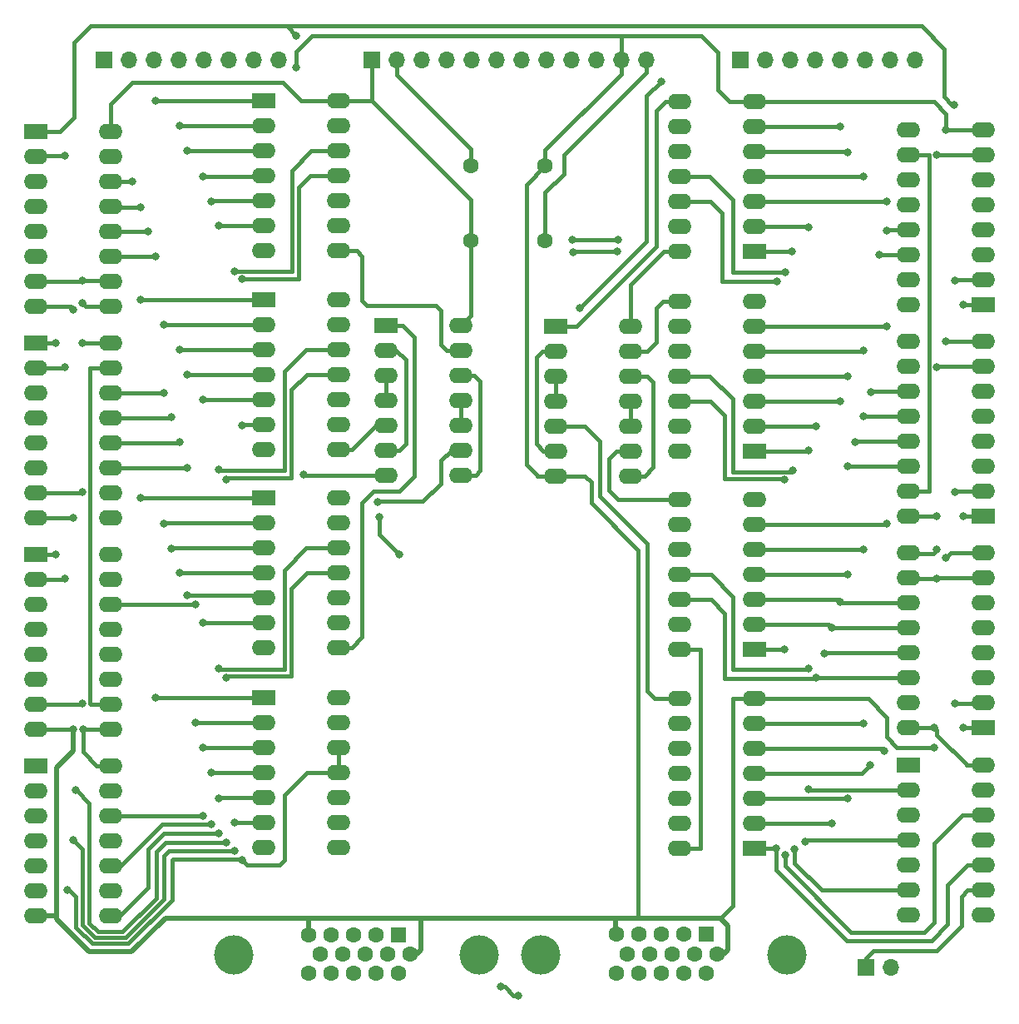
<source format=gbr>
%TF.GenerationSoftware,KiCad,Pcbnew,(6.0.5)*%
%TF.CreationDate,2023-02-18T09:08:36+02:00*%
%TF.ProjectId,VIDEOCARD_SCREENSYNC2.0,56494445-4f43-4415-9244-5f5343524545,rev?*%
%TF.SameCoordinates,Original*%
%TF.FileFunction,Copper,L1,Top*%
%TF.FilePolarity,Positive*%
%FSLAX46Y46*%
G04 Gerber Fmt 4.6, Leading zero omitted, Abs format (unit mm)*
G04 Created by KiCad (PCBNEW (6.0.5)) date 2023-02-18 09:08:36*
%MOMM*%
%LPD*%
G01*
G04 APERTURE LIST*
%TA.AperFunction,ComponentPad*%
%ADD10C,4.000000*%
%TD*%
%TA.AperFunction,ComponentPad*%
%ADD11R,1.600000X1.600000*%
%TD*%
%TA.AperFunction,ComponentPad*%
%ADD12C,1.600000*%
%TD*%
%TA.AperFunction,ComponentPad*%
%ADD13R,2.400000X1.600000*%
%TD*%
%TA.AperFunction,ComponentPad*%
%ADD14O,2.400000X1.600000*%
%TD*%
%TA.AperFunction,ComponentPad*%
%ADD15R,1.700000X1.700000*%
%TD*%
%TA.AperFunction,ComponentPad*%
%ADD16O,1.700000X1.700000*%
%TD*%
%TA.AperFunction,ViaPad*%
%ADD17C,0.800000*%
%TD*%
%TA.AperFunction,Conductor*%
%ADD18C,0.400000*%
%TD*%
%TA.AperFunction,Conductor*%
%ADD19C,0.500000*%
%TD*%
%TA.AperFunction,Conductor*%
%ADD20C,0.150000*%
%TD*%
%TA.AperFunction,Conductor*%
%ADD21C,0.300000*%
%TD*%
G04 APERTURE END LIST*
D10*
%TO.P,VGA PORT 2,0*%
%TO.N,N/C*%
X149270000Y-138290000D03*
X174270000Y-138290000D03*
D11*
%TO.P,VGA PORT 2,1*%
X166085000Y-136240000D03*
D12*
%TO.P,VGA PORT 2,2*%
%TO.N,RED2*%
X163795000Y-136240000D03*
%TO.P,VGA PORT 2,3*%
%TO.N,GREEN2*%
X161505000Y-136240000D03*
%TO.P,VGA PORT 2,4*%
%TO.N,BLUE2*%
X159215000Y-136240000D03*
%TO.P,VGA PORT 2,5*%
%TO.N,GND*%
X156925000Y-136240000D03*
%TO.P,VGA PORT 2,6*%
X167230000Y-138220000D03*
%TO.P,VGA PORT 2,7*%
X164940000Y-138220000D03*
%TO.P,VGA PORT 2,8*%
X162650000Y-138220000D03*
%TO.P,VGA PORT 2,9*%
%TO.N,N/C*%
X160360000Y-138220000D03*
%TO.P,VGA PORT 2,10*%
%TO.N,GND*%
X158070000Y-138220000D03*
%TO.P,VGA PORT 2,11*%
%TO.N,N/C*%
X166085000Y-140200000D03*
%TO.P,VGA PORT 2,12*%
X163795000Y-140200000D03*
%TO.P,VGA PORT 2,13*%
%TO.N,H_SYNC*%
X161505000Y-140200000D03*
%TO.P,VGA PORT 2,14*%
%TO.N,V_SYNC*%
X159215000Y-140200000D03*
%TO.P,VGA PORT 2,15*%
%TO.N,N/C*%
X156925000Y-140200000D03*
%TD*%
D13*
%TO.P,74LS161,1*%
%TO.N,RESET1*%
X97880000Y-97570000D03*
D14*
%TO.P,74LS161,2*%
%TO.N,CLK*%
X97880000Y-100110000D03*
%TO.P,74LS161,3*%
%TO.N,N/C*%
X97880000Y-102650000D03*
%TO.P,74LS161,4*%
X97880000Y-105190000D03*
%TO.P,74LS161,5*%
X97880000Y-107730000D03*
%TO.P,74LS161,6*%
X97880000Y-110270000D03*
%TO.P,74LS161,7*%
%TO.N,VCC*%
X97880000Y-112810000D03*
%TO.P,74LS161,8*%
%TO.N,GND*%
X97880000Y-115350000D03*
%TO.P,74LS161,9*%
%TO.N,VCC*%
X105500000Y-115350000D03*
%TO.P,74LS161,10*%
%TO.N,N/C*%
X105500000Y-112810000D03*
%TO.P,74LS161,11*%
X105500000Y-110270000D03*
%TO.P,74LS161,12*%
X105500000Y-107730000D03*
%TO.P,74LS161,13*%
X105500000Y-105190000D03*
%TO.P,74LS161,14*%
%TO.N,H8*%
X105500000Y-102650000D03*
%TO.P,74LS161,15*%
%TO.N,N/C*%
X105500000Y-100110000D03*
%TO.P,74LS161,16*%
%TO.N,VCC*%
X105500000Y-97570000D03*
%TD*%
D12*
%TO.P,,1*%
%TO.N,VCC*%
X142100000Y-65700000D03*
%TD*%
D13*
%TO.P,74LS30,1*%
%TO.N,H1*%
X121080000Y-91870000D03*
D14*
%TO.P,74LS30,2*%
%TO.N,H4*%
X121080000Y-94410000D03*
%TO.P,74LS30,3*%
%TO.N,H5*%
X121080000Y-96950000D03*
%TO.P,74LS30,4*%
%TO.N,H6*%
X121080000Y-99490000D03*
%TO.P,74LS30,5*%
%TO.N,H7*%
X121080000Y-102030000D03*
%TO.P,74LS30,6*%
%TO.N,H_0*%
X121080000Y-104570000D03*
%TO.P,74LS30,7*%
%TO.N,GND*%
X121080000Y-107110000D03*
%TO.P,74LS30,8*%
%TO.N,242*%
X128700000Y-107110000D03*
%TO.P,74LS30,9*%
%TO.N,N/C*%
X128700000Y-104570000D03*
%TO.P,74LS30,10*%
X128700000Y-102030000D03*
%TO.P,74LS30,11*%
%TO.N,H_3*%
X128700000Y-99490000D03*
%TO.P,74LS30,12*%
%TO.N,H_2*%
X128700000Y-96950000D03*
%TO.P,74LS30,13*%
%TO.N,N/C*%
X128700000Y-94410000D03*
%TO.P,74LS30,14*%
%TO.N,VCC*%
X128700000Y-91870000D03*
%TD*%
D13*
%TO.P,74LS30,1*%
%TO.N,H3*%
X121080000Y-112170000D03*
D14*
%TO.P,74LS30,2*%
%TO.N,H8*%
X121080000Y-114710000D03*
%TO.P,74LS30,3*%
%TO.N,H_0*%
X121080000Y-117250000D03*
%TO.P,74LS30,4*%
%TO.N,H_1*%
X121080000Y-119790000D03*
%TO.P,74LS30,5*%
%TO.N,H_2*%
X121080000Y-122330000D03*
%TO.P,74LS30,6*%
%TO.N,H_4*%
X121080000Y-124870000D03*
%TO.P,74LS30,7*%
%TO.N,GND*%
X121080000Y-127410000D03*
%TO.P,74LS30,8*%
%TO.N,RESET1*%
X128700000Y-127410000D03*
%TO.P,74LS30,9*%
%TO.N,N/C*%
X128700000Y-124870000D03*
%TO.P,74LS30,10*%
X128700000Y-122330000D03*
%TO.P,74LS30,11*%
%TO.N,H_5*%
X128700000Y-119790000D03*
%TO.P,74LS30,12*%
X128700000Y-117250000D03*
%TO.P,74LS30,13*%
%TO.N,N/C*%
X128700000Y-114710000D03*
%TO.P,74LS30,14*%
%TO.N,VCC*%
X128700000Y-112170000D03*
%TD*%
D13*
%TO.P,74LS30,1*%
%TO.N,V_2*%
X170980000Y-66790000D03*
D14*
%TO.P,74LS30,2*%
%TO.N,V_5*%
X170980000Y-64250000D03*
%TO.P,74LS30,3*%
%TO.N,V9*%
X170980000Y-61710000D03*
%TO.P,74LS30,4*%
%TO.N,V6*%
X170980000Y-59170000D03*
%TO.P,74LS30,5*%
%TO.N,V4*%
X170980000Y-56630000D03*
%TO.P,74LS30,6*%
%TO.N,V3*%
X170980000Y-54090000D03*
%TO.P,74LS30,7*%
%TO.N,GND*%
X170980000Y-51550000D03*
%TO.P,74LS30,8*%
%TO.N,600*%
X163360000Y-51550000D03*
%TO.P,74LS30,9*%
%TO.N,N/C*%
X163360000Y-54090000D03*
%TO.P,74LS30,10*%
X163360000Y-56630000D03*
%TO.P,74LS30,11*%
%TO.N,V_1*%
X163360000Y-59170000D03*
%TO.P,74LS30,12*%
%TO.N,V_0*%
X163360000Y-61710000D03*
%TO.P,74LS30,13*%
%TO.N,N/C*%
X163360000Y-64250000D03*
%TO.P,74LS30,14*%
%TO.N,VCC*%
X163360000Y-66790000D03*
%TD*%
D13*
%TO.P,74LS04,1*%
%TO.N,V5*%
X186680000Y-119060000D03*
D14*
%TO.P,74LS04,2*%
%TO.N,V_5*%
X186680000Y-121600000D03*
%TO.P,74LS04,3*%
%TO.N,V3*%
X186680000Y-124140000D03*
%TO.P,74LS04,4*%
%TO.N,V_3*%
X186680000Y-126680000D03*
%TO.P,74LS04,5*%
%TO.N,V2*%
X186680000Y-129220000D03*
%TO.P,74LS04,6*%
%TO.N,V_2*%
X186680000Y-131760000D03*
%TO.P,74LS04,7*%
%TO.N,GND*%
X186680000Y-134300000D03*
%TO.P,74LS04,8*%
%TO.N,N/C*%
X194300000Y-134300000D03*
%TO.P,74LS04,9*%
X194300000Y-131760000D03*
%TO.P,74LS04,10*%
%TO.N,V_0*%
X194300000Y-129220000D03*
%TO.P,74LS04,11*%
%TO.N,V0*%
X194300000Y-126680000D03*
%TO.P,74LS04,12*%
%TO.N,V_1*%
X194300000Y-124140000D03*
%TO.P,74LS04,13*%
%TO.N,V1*%
X194300000Y-121600000D03*
%TO.P,74LS04,14*%
%TO.N,VCC*%
X194300000Y-119060000D03*
%TD*%
D13*
%TO.P,74LS161,1*%
%TO.N,RESET2*%
X194280000Y-115240000D03*
D14*
%TO.P,74LS161,2*%
%TO.N,RESET1*%
X194280000Y-112700000D03*
%TO.P,74LS161,3*%
%TO.N,N/C*%
X194280000Y-110160000D03*
%TO.P,74LS161,4*%
X194280000Y-107620000D03*
%TO.P,74LS161,5*%
X194280000Y-105080000D03*
%TO.P,74LS161,6*%
X194280000Y-102540000D03*
%TO.P,74LS161,7*%
%TO.N,VCC*%
X194280000Y-100000000D03*
%TO.P,74LS161,8*%
%TO.N,GND*%
X194280000Y-97460000D03*
%TO.P,74LS161,9*%
%TO.N,VCC*%
X186660000Y-97460000D03*
%TO.P,74LS161,10*%
X186660000Y-100000000D03*
%TO.P,74LS161,11*%
%TO.N,V3*%
X186660000Y-102540000D03*
%TO.P,74LS161,12*%
%TO.N,V2*%
X186660000Y-105080000D03*
%TO.P,74LS161,13*%
%TO.N,V1*%
X186660000Y-107620000D03*
%TO.P,74LS161,14*%
%TO.N,V0*%
X186660000Y-110160000D03*
%TO.P,74LS161,15*%
%TO.N,N/C*%
X186660000Y-112700000D03*
%TO.P,74LS161,16*%
%TO.N,VCC*%
X186660000Y-115240000D03*
%TD*%
%TO.P,74LS00,14*%
%TO.N,VCC*%
X158420000Y-74375000D03*
%TO.P,74LS00,13*%
%TO.N,601*%
X158420000Y-76915000D03*
%TO.P,74LS00,12*%
%TO.N,V_SYNC*%
X158420000Y-79455000D03*
%TO.P,74LS00,11*%
%TO.N,N/C*%
X158420000Y-81995000D03*
%TO.P,74LS00,10*%
X158420000Y-84535000D03*
%TO.P,74LS00,9*%
%TO.N,605*%
X158420000Y-87075000D03*
%TO.P,74LS00,8*%
%TO.N,V_SYNC*%
X158420000Y-89615000D03*
%TO.P,74LS00,7*%
%TO.N,GND*%
X150800000Y-89615000D03*
%TO.P,74LS00,6*%
%TO.N,V_BLANK*%
X150800000Y-87075000D03*
%TO.P,74LS00,5*%
%TO.N,RESET2*%
X150800000Y-84535000D03*
%TO.P,74LS00,4*%
%TO.N,N/C*%
X150800000Y-81995000D03*
%TO.P,74LS00,3*%
X150800000Y-79455000D03*
%TO.P,74LS00,2*%
%TO.N,V_BLANK*%
X150800000Y-76915000D03*
D13*
%TO.P,74LS00,1*%
%TO.N,600*%
X150800000Y-74375000D03*
%TD*%
%TO.P,74LS30,1*%
%TO.N,H3*%
X121080000Y-51470000D03*
D14*
%TO.P,74LS30,2*%
%TO.N,H6*%
X121080000Y-54010000D03*
%TO.P,74LS30,3*%
%TO.N,H7*%
X121080000Y-56550000D03*
%TO.P,74LS30,4*%
%TO.N,H_0*%
X121080000Y-59090000D03*
%TO.P,74LS30,5*%
%TO.N,H_1*%
X121080000Y-61630000D03*
%TO.P,74LS30,6*%
%TO.N,H_2*%
X121080000Y-64170000D03*
%TO.P,74LS30,7*%
%TO.N,GND*%
X121080000Y-66710000D03*
%TO.P,74LS30,8*%
%TO.N,200*%
X128700000Y-66710000D03*
%TO.P,74LS30,9*%
%TO.N,N/C*%
X128700000Y-64170000D03*
%TO.P,74LS30,10*%
X128700000Y-61630000D03*
%TO.P,74LS30,11*%
%TO.N,H_5*%
X128700000Y-59090000D03*
%TO.P,74LS30,12*%
%TO.N,H_4*%
X128700000Y-56550000D03*
%TO.P,74LS30,13*%
%TO.N,N/C*%
X128700000Y-54010000D03*
%TO.P,74LS30,14*%
%TO.N,VCC*%
X128700000Y-51470000D03*
%TD*%
D15*
%TO.P,REF\u002A\u002A,1*%
%TO.N,V0*%
X169525000Y-47275000D03*
D16*
%TO.P,REF\u002A\u002A,2*%
%TO.N,V1*%
X172065000Y-47275000D03*
%TO.P,REF\u002A\u002A,3*%
%TO.N,V2*%
X174605000Y-47275000D03*
%TO.P,REF\u002A\u002A,4*%
%TO.N,V3*%
X177145000Y-47275000D03*
%TO.P,REF\u002A\u002A,5*%
%TO.N,V4*%
X179685000Y-47275000D03*
%TO.P,REF\u002A\u002A,6*%
%TO.N,V5*%
X182225000Y-47275000D03*
%TO.P,REF\u002A\u002A,7*%
%TO.N,V6*%
X184765000Y-47275000D03*
%TO.P,REF\u002A\u002A,8*%
%TO.N,V7*%
X187305000Y-47275000D03*
%TD*%
D13*
%TO.P,74LS161,1*%
%TO.N,RESET1*%
X97880000Y-54570000D03*
D14*
%TO.P,74LS161,2*%
%TO.N,CLK*%
X97880000Y-57110000D03*
%TO.P,74LS161,3*%
%TO.N,N/C*%
X97880000Y-59650000D03*
%TO.P,74LS161,4*%
X97880000Y-62190000D03*
%TO.P,74LS161,5*%
X97880000Y-64730000D03*
%TO.P,74LS161,6*%
X97880000Y-67270000D03*
%TO.P,74LS161,7*%
%TO.N,VCC*%
X97880000Y-69810000D03*
%TO.P,74LS161,8*%
%TO.N,GND*%
X97880000Y-72350000D03*
%TO.P,74LS161,9*%
%TO.N,VCC*%
X105500000Y-72350000D03*
%TO.P,74LS161,10*%
X105500000Y-69810000D03*
%TO.P,74LS161,11*%
%TO.N,H3*%
X105500000Y-67270000D03*
%TO.P,74LS161,12*%
%TO.N,H2*%
X105500000Y-64730000D03*
%TO.P,74LS161,13*%
%TO.N,H1*%
X105500000Y-62190000D03*
%TO.P,74LS161,14*%
%TO.N,H0*%
X105500000Y-59650000D03*
%TO.P,74LS161,15*%
%TO.N,N/C*%
X105500000Y-57110000D03*
%TO.P,74LS161,16*%
%TO.N,VCC*%
X105500000Y-54570000D03*
%TD*%
D10*
%TO.P,VGA PORT 1,0*%
%TO.N,N/C*%
X117975000Y-138300000D03*
X142975000Y-138300000D03*
D11*
%TO.P,VGA PORT 1,1*%
%TO.N,RED1*%
X134790000Y-136250000D03*
D12*
%TO.P,VGA PORT 1,2*%
%TO.N,GREEN1*%
X132500000Y-136250000D03*
%TO.P,VGA PORT 1,3*%
%TO.N,BLUE1*%
X130210000Y-136250000D03*
%TO.P,VGA PORT 1,4*%
%TO.N,N/C*%
X127920000Y-136250000D03*
%TO.P,VGA PORT 1,5*%
%TO.N,GND*%
X125630000Y-136250000D03*
%TO.P,VGA PORT 1,6*%
X135935000Y-138230000D03*
%TO.P,VGA PORT 1,7*%
X133645000Y-138230000D03*
%TO.P,VGA PORT 1,8*%
X131355000Y-138230000D03*
%TO.P,VGA PORT 1,9*%
%TO.N,N/C*%
X129065000Y-138230000D03*
%TO.P,VGA PORT 1,10*%
%TO.N,GND*%
X126775000Y-138230000D03*
%TO.P,VGA PORT 1,11*%
%TO.N,N/C*%
X134790000Y-140210000D03*
%TO.P,VGA PORT 1,12*%
X132500000Y-140210000D03*
%TO.P,VGA PORT 1,13*%
%TO.N,H_SYNC*%
X130210000Y-140210000D03*
%TO.P,VGA PORT 1,14*%
%TO.N,V_SYNC*%
X127920000Y-140210000D03*
%TO.P,VGA PORT 1,15*%
%TO.N,N/C*%
X125630000Y-140210000D03*
%TD*%
D13*
%TO.P,74LS161,1*%
%TO.N,RESET1*%
X97880000Y-76070000D03*
D14*
%TO.P,74LS161,2*%
%TO.N,CLK*%
X97880000Y-78610000D03*
%TO.P,74LS161,3*%
%TO.N,N/C*%
X97880000Y-81150000D03*
%TO.P,74LS161,4*%
X97880000Y-83690000D03*
%TO.P,74LS161,5*%
X97880000Y-86230000D03*
%TO.P,74LS161,6*%
X97880000Y-88770000D03*
%TO.P,74LS161,7*%
%TO.N,VCC*%
X97880000Y-91310000D03*
%TO.P,74LS161,8*%
%TO.N,GND*%
X97880000Y-93850000D03*
%TO.P,74LS161,9*%
%TO.N,VCC*%
X105500000Y-93850000D03*
%TO.P,74LS161,10*%
%TO.N,N/C*%
X105500000Y-91310000D03*
%TO.P,74LS161,11*%
%TO.N,H7*%
X105500000Y-88770000D03*
%TO.P,74LS161,12*%
%TO.N,H6*%
X105500000Y-86230000D03*
%TO.P,74LS161,13*%
%TO.N,H5*%
X105500000Y-83690000D03*
%TO.P,74LS161,14*%
%TO.N,H4*%
X105500000Y-81150000D03*
%TO.P,74LS161,15*%
%TO.N,N/C*%
X105500000Y-78610000D03*
%TO.P,74LS161,16*%
%TO.N,VCC*%
X105500000Y-76070000D03*
%TD*%
D12*
%TO.P,,2*%
%TO.N,CLK*%
X142100000Y-58100000D03*
%TD*%
D15*
%TO.P,REF\u002A\u002A,1*%
%TO.N,H0*%
X104800000Y-47300000D03*
D16*
%TO.P,REF\u002A\u002A,2*%
%TO.N,H1*%
X107340000Y-47300000D03*
%TO.P,REF\u002A\u002A,3*%
%TO.N,H2*%
X109880000Y-47300000D03*
%TO.P,REF\u002A\u002A,4*%
%TO.N,H3*%
X112420000Y-47300000D03*
%TO.P,REF\u002A\u002A,5*%
%TO.N,H4*%
X114960000Y-47300000D03*
%TO.P,REF\u002A\u002A,6*%
%TO.N,H5*%
X117500000Y-47300000D03*
%TO.P,REF\u002A\u002A,7*%
%TO.N,H6*%
X120040000Y-47300000D03*
%TO.P,REF\u002A\u002A,8*%
%TO.N,H7*%
X122580000Y-47300000D03*
%TD*%
D13*
%TO.P,74LS30,1*%
%TO.N,V_5*%
X170980000Y-87090000D03*
D14*
%TO.P,74LS30,2*%
%TO.N,V0*%
X170980000Y-84550000D03*
%TO.P,74LS30,3*%
%TO.N,V3*%
X170980000Y-82010000D03*
%TO.P,74LS30,4*%
%TO.N,V4*%
X170980000Y-79470000D03*
%TO.P,74LS30,5*%
%TO.N,V6*%
X170980000Y-76930000D03*
%TO.P,74LS30,6*%
%TO.N,V9*%
X170980000Y-74390000D03*
%TO.P,74LS30,7*%
%TO.N,GND*%
X170980000Y-71850000D03*
%TO.P,74LS30,8*%
%TO.N,601*%
X163360000Y-71850000D03*
%TO.P,74LS30,9*%
%TO.N,N/C*%
X163360000Y-74390000D03*
%TO.P,74LS30,10*%
X163360000Y-76930000D03*
%TO.P,74LS30,11*%
%TO.N,V_2*%
X163360000Y-79470000D03*
%TO.P,74LS30,12*%
%TO.N,V_1*%
X163360000Y-82010000D03*
%TO.P,74LS30,13*%
%TO.N,N/C*%
X163360000Y-84550000D03*
%TO.P,74LS30,14*%
%TO.N,VCC*%
X163360000Y-87090000D03*
%TD*%
D13*
%TO.P,74LS161,1*%
%TO.N,RESET2*%
X194280000Y-72240000D03*
D14*
%TO.P,74LS161,2*%
%TO.N,RESET1*%
X194280000Y-69700000D03*
%TO.P,74LS161,3*%
%TO.N,N/C*%
X194280000Y-67160000D03*
%TO.P,74LS161,4*%
X194280000Y-64620000D03*
%TO.P,74LS161,5*%
X194280000Y-62080000D03*
%TO.P,74LS161,6*%
X194280000Y-59540000D03*
%TO.P,74LS161,7*%
%TO.N,VCC*%
X194280000Y-57000000D03*
%TO.P,74LS161,8*%
%TO.N,GND*%
X194280000Y-54460000D03*
%TO.P,74LS161,9*%
%TO.N,VCC*%
X186660000Y-54460000D03*
%TO.P,74LS161,10*%
%TO.N,N/C*%
X186660000Y-57000000D03*
%TO.P,74LS161,11*%
X186660000Y-59540000D03*
%TO.P,74LS161,12*%
X186660000Y-62080000D03*
%TO.P,74LS161,13*%
%TO.N,V9*%
X186660000Y-64620000D03*
%TO.P,74LS161,14*%
%TO.N,V8*%
X186660000Y-67160000D03*
%TO.P,74LS161,15*%
%TO.N,N/C*%
X186660000Y-69700000D03*
%TO.P,74LS161,16*%
%TO.N,VCC*%
X186660000Y-72240000D03*
%TD*%
D13*
%TO.P,74LS30,1*%
%TO.N,H1*%
X121080000Y-71670000D03*
D14*
%TO.P,74LS30,2*%
%TO.N,H4*%
X121080000Y-74210000D03*
%TO.P,74LS30,3*%
%TO.N,H6*%
X121080000Y-76750000D03*
%TO.P,74LS30,4*%
%TO.N,H7*%
X121080000Y-79290000D03*
%TO.P,74LS30,5*%
%TO.N,H_0*%
X121080000Y-81830000D03*
%TO.P,74LS30,6*%
%TO.N,H_5*%
X121080000Y-84370000D03*
%TO.P,74LS30,7*%
%TO.N,GND*%
X121080000Y-86910000D03*
%TO.P,74LS30,8*%
%TO.N,210*%
X128700000Y-86910000D03*
%TO.P,74LS30,9*%
%TO.N,N/C*%
X128700000Y-84370000D03*
%TO.P,74LS30,10*%
X128700000Y-81830000D03*
%TO.P,74LS30,11*%
%TO.N,H_3*%
X128700000Y-79290000D03*
%TO.P,74LS30,12*%
%TO.N,H_2*%
X128700000Y-76750000D03*
%TO.P,74LS30,13*%
%TO.N,N/C*%
X128700000Y-74210000D03*
%TO.P,74LS30,14*%
%TO.N,VCC*%
X128700000Y-71670000D03*
%TD*%
D15*
%TO.P,REF\u002A\u002A,1*%
%TO.N,N/C*%
X182305000Y-139570000D03*
D16*
%TO.P,REF\u002A\u002A,2*%
X184845000Y-139570000D03*
%TD*%
D12*
%TO.P,,3*%
%TO.N,GND*%
X149700000Y-58100000D03*
%TD*%
D13*
%TO.P,74LS161,1*%
%TO.N,RESET2*%
X194280000Y-93740000D03*
D14*
%TO.P,74LS161,2*%
%TO.N,RESET1*%
X194280000Y-91200000D03*
%TO.P,74LS161,3*%
%TO.N,N/C*%
X194280000Y-88660000D03*
%TO.P,74LS161,4*%
X194280000Y-86120000D03*
%TO.P,74LS161,5*%
X194280000Y-83580000D03*
%TO.P,74LS161,6*%
X194280000Y-81040000D03*
%TO.P,74LS161,7*%
%TO.N,VCC*%
X194280000Y-78500000D03*
%TO.P,74LS161,8*%
%TO.N,GND*%
X194280000Y-75960000D03*
%TO.P,74LS161,9*%
%TO.N,VCC*%
X186660000Y-75960000D03*
%TO.P,74LS161,10*%
%TO.N,N/C*%
X186660000Y-78500000D03*
%TO.P,74LS161,11*%
%TO.N,V7*%
X186660000Y-81040000D03*
%TO.P,74LS161,12*%
%TO.N,V6*%
X186660000Y-83580000D03*
%TO.P,74LS161,13*%
%TO.N,V5*%
X186660000Y-86120000D03*
%TO.P,74LS161,14*%
%TO.N,V4*%
X186660000Y-88660000D03*
%TO.P,74LS161,15*%
%TO.N,N/C*%
X186660000Y-91200000D03*
%TO.P,74LS161,16*%
%TO.N,VCC*%
X186660000Y-93740000D03*
%TD*%
D13*
%TO.P,74LS04,1*%
%TO.N,H3*%
X97880000Y-119070000D03*
D14*
%TO.P,74LS04,2*%
%TO.N,H_3*%
X97880000Y-121610000D03*
%TO.P,74LS04,3*%
%TO.N,H4*%
X97880000Y-124150000D03*
%TO.P,74LS04,4*%
%TO.N,H_4*%
X97880000Y-126690000D03*
%TO.P,74LS04,5*%
%TO.N,H5*%
X97880000Y-129230000D03*
%TO.P,74LS04,6*%
%TO.N,H_5*%
X97880000Y-131770000D03*
%TO.P,74LS04,7*%
%TO.N,GND*%
X97880000Y-134310000D03*
%TO.P,74LS04,8*%
%TO.N,H_2*%
X105500000Y-134310000D03*
%TO.P,74LS04,9*%
%TO.N,H2*%
X105500000Y-131770000D03*
%TO.P,74LS04,10*%
%TO.N,H_1*%
X105500000Y-129230000D03*
%TO.P,74LS04,11*%
%TO.N,H1*%
X105500000Y-126690000D03*
%TO.P,74LS04,12*%
%TO.N,H_0*%
X105500000Y-124150000D03*
%TO.P,74LS04,13*%
%TO.N,H0*%
X105500000Y-121610000D03*
%TO.P,74LS04,14*%
%TO.N,VCC*%
X105500000Y-119070000D03*
%TD*%
D13*
%TO.P,74LS00,1*%
%TO.N,242*%
X133500000Y-74300000D03*
D14*
%TO.P,74LS00,2*%
%TO.N,N/C*%
X133500000Y-76840000D03*
%TO.P,74LS00,3*%
%TO.N,H_SYNC*%
X133500000Y-79380000D03*
%TO.P,74LS00,4*%
X133500000Y-81920000D03*
%TO.P,74LS00,5*%
%TO.N,210*%
X133500000Y-84460000D03*
%TO.P,74LS00,6*%
%TO.N,N/C*%
X133500000Y-87000000D03*
%TO.P,74LS00,7*%
%TO.N,GND*%
X133500000Y-89540000D03*
%TO.P,74LS00,8*%
%TO.N,H_BLANK*%
X141120000Y-89540000D03*
%TO.P,74LS00,9*%
%TO.N,RESET1*%
X141120000Y-87000000D03*
%TO.P,74LS00,10*%
%TO.N,N/C*%
X141120000Y-84460000D03*
%TO.P,74LS00,11*%
X141120000Y-81920000D03*
%TO.P,74LS00,12*%
%TO.N,H_BLANK*%
X141120000Y-79380000D03*
%TO.P,74LS00,13*%
%TO.N,200*%
X141120000Y-76840000D03*
%TO.P,74LS00,14*%
%TO.N,VCC*%
X141120000Y-74300000D03*
%TD*%
D13*
%TO.P,74LS30,1*%
%TO.N,V_1*%
X170980000Y-107290000D03*
D14*
%TO.P,74LS30,2*%
%TO.N,V2*%
X170980000Y-104750000D03*
%TO.P,74LS30,3*%
%TO.N,V3*%
X170980000Y-102210000D03*
%TO.P,74LS30,4*%
%TO.N,V4*%
X170980000Y-99670000D03*
%TO.P,74LS30,5*%
%TO.N,V6*%
X170980000Y-97130000D03*
%TO.P,74LS30,6*%
%TO.N,V9*%
X170980000Y-94590000D03*
%TO.P,74LS30,7*%
%TO.N,GND*%
X170980000Y-92050000D03*
%TO.P,74LS30,8*%
%TO.N,605*%
X163360000Y-92050000D03*
%TO.P,74LS30,9*%
%TO.N,N/C*%
X163360000Y-94590000D03*
%TO.P,74LS30,10*%
X163360000Y-97130000D03*
%TO.P,74LS30,11*%
%TO.N,V_5*%
X163360000Y-99670000D03*
%TO.P,74LS30,12*%
%TO.N,V0*%
X163360000Y-102210000D03*
%TO.P,74LS30,13*%
%TO.N,N/C*%
X163360000Y-104750000D03*
%TO.P,74LS30,14*%
%TO.N,VCC*%
X163360000Y-107290000D03*
%TD*%
D15*
%TO.P,REF\u002A\u002A,1*%
%TO.N,VCC*%
X132025000Y-47275000D03*
D16*
%TO.P,REF\u002A\u002A,2*%
%TO.N,CLK*%
X134565000Y-47275000D03*
%TO.P,REF\u002A\u002A,3*%
%TO.N,BLUE1*%
X137105000Y-47275000D03*
%TO.P,REF\u002A\u002A,4*%
%TO.N,GREEN1*%
X139645000Y-47275000D03*
%TO.P,REF\u002A\u002A,5*%
%TO.N,RED1*%
X142185000Y-47275000D03*
%TO.P,REF\u002A\u002A,6*%
%TO.N,H_BLANK*%
X144725000Y-47275000D03*
%TO.P,REF\u002A\u002A,7*%
%TO.N,V_BLANK*%
X147265000Y-47275000D03*
%TO.P,REF\u002A\u002A,8*%
%TO.N,BLUE2*%
X149805000Y-47275000D03*
%TO.P,REF\u002A\u002A,9*%
%TO.N,GREEN2*%
X152345000Y-47275000D03*
%TO.P,REF\u002A\u002A,10*%
%TO.N,RED2*%
X154885000Y-47275000D03*
%TO.P,REF\u002A\u002A,11*%
%TO.N,GND*%
X157425000Y-47275000D03*
%TO.P,REF\u002A\u002A,12*%
%TO.N,N/C*%
X159965000Y-47275000D03*
%TD*%
D12*
%TO.P,,4*%
%TO.N,N/C*%
X149700000Y-65700000D03*
%TD*%
D13*
%TO.P,74LS30,1*%
%TO.N,V_0*%
X170980000Y-127490000D03*
D14*
%TO.P,74LS30,2*%
%TO.N,V2*%
X170980000Y-124950000D03*
%TO.P,74LS30,3*%
%TO.N,V4*%
X170980000Y-122410000D03*
%TO.P,74LS30,4*%
%TO.N,V5*%
X170980000Y-119870000D03*
%TO.P,74LS30,5*%
%TO.N,V9*%
X170980000Y-117330000D03*
%TO.P,74LS30,6*%
%TO.N,V6*%
X170980000Y-114790000D03*
%TO.P,74LS30,7*%
%TO.N,GND*%
X170980000Y-112250000D03*
%TO.P,74LS30,8*%
%TO.N,RESET2*%
X163360000Y-112250000D03*
%TO.P,74LS30,9*%
%TO.N,N/C*%
X163360000Y-114790000D03*
%TO.P,74LS30,10*%
X163360000Y-117330000D03*
%TO.P,74LS30,11*%
%TO.N,V_1*%
X163360000Y-119870000D03*
%TO.P,74LS30,12*%
%TO.N,V_3*%
X163360000Y-122410000D03*
%TO.P,74LS30,13*%
%TO.N,N/C*%
X163360000Y-124950000D03*
%TO.P,74LS30,14*%
%TO.N,VCC*%
X163360000Y-127490000D03*
%TD*%
D17*
%TO.N,V_SYNC*%
X152550000Y-66850000D03*
X157050000Y-66750000D03*
%TO.N,RESET2*%
X153200000Y-72550000D03*
%TO.N,H_SYNC*%
X134880000Y-97570000D03*
%TO.N,*%
X132680000Y-92270000D03*
X152480000Y-65570000D03*
X157080000Y-65570000D03*
%TO.N,H_SYNC*%
X132780000Y-93770000D03*
%TO.N,*%
X113280000Y-88770000D03*
X110880000Y-81170000D03*
X111680000Y-83670000D03*
X161480000Y-49470000D03*
X112480000Y-86170000D03*
%TO.N,GND*%
X189300000Y-117200000D03*
X190500000Y-97950000D03*
X125100000Y-89500000D03*
X101680000Y-115370000D03*
X101700000Y-72700000D03*
X190480000Y-75940000D03*
X124380000Y-48070000D03*
X190480000Y-54440000D03*
X101680000Y-93870000D03*
%TO.N,VCC*%
X189580000Y-93740000D03*
X102580000Y-112770000D03*
X189580000Y-97100000D03*
X102580000Y-91270000D03*
X102580000Y-69770000D03*
X189580000Y-56970000D03*
X102580000Y-76070000D03*
X102680000Y-115370000D03*
X102580500Y-72000000D03*
X189580000Y-78540000D03*
X189580000Y-100040000D03*
X189250000Y-115200000D03*
%TO.N,CLK*%
X100780000Y-57070000D03*
X100780000Y-100070000D03*
X100780000Y-78570000D03*
%TO.N,H1*%
X108480000Y-91870000D03*
X108480000Y-71670000D03*
X108480000Y-62270000D03*
%TO.N,H2*%
X109280000Y-64770000D03*
%TO.N,H3*%
X110080000Y-112170000D03*
X110080000Y-51470000D03*
X110080000Y-67270000D03*
%TO.N,H4*%
X110880000Y-94470000D03*
X110880000Y-74270000D03*
%TO.N,H5*%
X111680000Y-96970000D03*
%TO.N,H6*%
X112480000Y-53970000D03*
X112480000Y-76770000D03*
X112480000Y-99470000D03*
%TO.N,H7*%
X113280000Y-79270000D03*
X113280000Y-56570000D03*
X113280000Y-101770000D03*
%TO.N,H0*%
X107650000Y-59650000D03*
%TO.N,V0*%
X177280000Y-110160000D03*
X177280000Y-84590000D03*
%TO.N,V1*%
X178080000Y-107660000D03*
%TO.N,V2*%
X178880000Y-124920000D03*
X178880000Y-105060000D03*
%TO.N,V3*%
X179680000Y-54080000D03*
X179680000Y-81990000D03*
X179680000Y-102390000D03*
%TO.N,V4*%
X180500000Y-122400000D03*
X180480000Y-79480000D03*
X180480000Y-56680000D03*
X180480000Y-99620000D03*
X180480000Y-88660000D03*
%TO.N,V5*%
X182760000Y-119060000D03*
X181280000Y-86160000D03*
%TO.N,V6*%
X182080000Y-83560000D03*
X182080000Y-76890000D03*
X182080000Y-114800000D03*
X182080000Y-97120000D03*
X182080000Y-59120000D03*
%TO.N,V7*%
X182880000Y-81060000D03*
%TO.N,H_1*%
X115680000Y-61670000D03*
X115680000Y-125070000D03*
X115680000Y-119770000D03*
%TO.N,H_2*%
X116480000Y-125970000D03*
X116480000Y-64170000D03*
X116480000Y-109170000D03*
X116480000Y-122370000D03*
X116480000Y-88970000D03*
%TO.N,H_3*%
X117280000Y-126870000D03*
X101900000Y-121600000D03*
X117280000Y-89970000D03*
X117280000Y-110170000D03*
%TO.N,H_4*%
X101630000Y-126670000D03*
X118080000Y-127770000D03*
X118080000Y-124870000D03*
X118080000Y-68770000D03*
%TO.N,H_5*%
X101050000Y-131750000D03*
X118880000Y-69570000D03*
X118880000Y-128670000D03*
X118880000Y-84470000D03*
%TO.N,H_0*%
X114880000Y-104570000D03*
X114880000Y-81870000D03*
X114880000Y-117270000D03*
X114880000Y-124170000D03*
X114880000Y-59170000D03*
%TO.N,V_0*%
X173200000Y-127500000D03*
X173280000Y-69790000D03*
%TO.N,V_1*%
X174080000Y-107280000D03*
X174100000Y-68900000D03*
X174080000Y-90020000D03*
X174100000Y-128200000D03*
%TO.N,V_2*%
X174800000Y-66800000D03*
X174880000Y-89020000D03*
X175100000Y-127600000D03*
%TO.N,V_3*%
X176200000Y-126770000D03*
%TO.N,V_5*%
X176500000Y-121500000D03*
X176480000Y-109220000D03*
X176480000Y-87020000D03*
X176480000Y-64290000D03*
%TO.N,H_SYNC*%
X146980000Y-142470000D03*
X145180000Y-141570000D03*
%TO.N,RESET1*%
X99880000Y-76070000D03*
X191380000Y-91240000D03*
X191380000Y-69740000D03*
X124380000Y-44870000D03*
X191280000Y-51870000D03*
X191380000Y-112740000D03*
X99880000Y-97570000D03*
%TO.N,RESET2*%
X192280000Y-93740000D03*
X192280000Y-72240000D03*
X192280000Y-115240000D03*
%TO.N,V8*%
X183680000Y-67160000D03*
%TO.N,V9*%
X184180000Y-117570000D03*
X184480000Y-64660000D03*
X184480000Y-61710000D03*
X184480000Y-94480000D03*
X184480000Y-74390000D03*
%TO.N,H8*%
X114080000Y-102670000D03*
X114080000Y-114670000D03*
%TD*%
D18*
%TO.N,V_SYNC*%
X152650000Y-66750000D02*
X152550000Y-66850000D01*
X157050000Y-66750000D02*
X152650000Y-66750000D01*
%TO.N,RESET2*%
X159980000Y-65770000D02*
X153250000Y-72500000D01*
X159980000Y-50970000D02*
X159980000Y-65770000D01*
X161480000Y-49470000D02*
X159980000Y-50970000D01*
%TO.N,H_SYNC*%
X134850000Y-97600000D02*
X132780000Y-95530000D01*
X132780000Y-95530000D02*
X132780000Y-93770000D01*
%TO.N,RESET1*%
X132680000Y-92270000D02*
X132750000Y-92200000D01*
%TO.N,V_SYNC*%
X160055000Y-79455000D02*
X158420000Y-79455000D01*
%TO.N,242*%
X135175000Y-74300000D02*
X136400000Y-75525000D01*
X133500000Y-74300000D02*
X135175000Y-74300000D01*
X136400000Y-75525000D02*
X136400000Y-89600000D01*
X136400000Y-89600000D02*
X134830000Y-91170000D01*
X134830000Y-91170000D02*
X132230000Y-91170000D01*
X132230000Y-91170000D02*
X131080000Y-92320000D01*
%TO.N,*%
X134515000Y-76840000D02*
X133500000Y-76840000D01*
X158420000Y-81995000D02*
X158420000Y-84535000D01*
X188740000Y-57000000D02*
X186660000Y-57000000D01*
X186660000Y-91200000D02*
X188720000Y-91200000D01*
X134825000Y-87000000D02*
X135500000Y-86325000D01*
X103420000Y-112810000D02*
X105500000Y-112810000D01*
X103380000Y-78670000D02*
X103380000Y-112770000D01*
X149700000Y-60800000D02*
X151580000Y-58920000D01*
X103380000Y-112770000D02*
X103420000Y-112810000D01*
X188780000Y-91140000D02*
X188780000Y-57040000D01*
X135500000Y-86325000D02*
X135500000Y-77825000D01*
X103440000Y-78610000D02*
X103380000Y-78670000D01*
X192080000Y-132370000D02*
X192080000Y-135370000D01*
X151580000Y-58920000D02*
X151580000Y-56970000D01*
X159965000Y-48585000D02*
X159965000Y-47275000D01*
X135500000Y-77825000D02*
X134515000Y-76840000D01*
X105500000Y-78610000D02*
X103440000Y-78610000D01*
X194300000Y-131760000D02*
X192690000Y-131760000D01*
X133500000Y-87000000D02*
X134825000Y-87000000D01*
X192080000Y-135370000D02*
X189580000Y-137870000D01*
X150800000Y-79455000D02*
X150800000Y-81995000D01*
X151580000Y-56970000D02*
X159965000Y-48585000D01*
X149700000Y-65700000D02*
X149700000Y-60800000D01*
X182305000Y-138645000D02*
X182305000Y-139570000D01*
X189580000Y-137870000D02*
X183080000Y-137870000D01*
X192690000Y-131760000D02*
X192080000Y-132370000D01*
X183080000Y-137870000D02*
X182305000Y-138645000D01*
X188780000Y-57040000D02*
X188740000Y-57000000D01*
X188720000Y-91200000D02*
X188780000Y-91140000D01*
X141120000Y-81920000D02*
X141120000Y-84460000D01*
D19*
%TO.N,GND*%
X125630000Y-134580000D02*
X126770000Y-134580000D01*
D18*
X149700000Y-58100000D02*
X149700000Y-56450000D01*
X191380000Y-54440000D02*
X192280000Y-54440000D01*
X124380000Y-46470000D02*
X125980000Y-44870000D01*
X168780000Y-133320000D02*
X167500000Y-134600000D01*
X192280000Y-54440000D02*
X194260000Y-54440000D01*
X101400000Y-72350000D02*
X101700000Y-72650000D01*
X97900000Y-115370000D02*
X97880000Y-115350000D01*
X189260000Y-51550000D02*
X170980000Y-51550000D01*
X185510000Y-117200000D02*
X184490000Y-116180000D01*
X100780000Y-115370000D02*
X99880000Y-115370000D01*
D19*
X101680000Y-115370000D02*
X101680000Y-117620000D01*
X157980000Y-134580000D02*
X158000000Y-134600000D01*
D18*
X159180000Y-134470000D02*
X159050000Y-134600000D01*
X157425000Y-48725000D02*
X157425000Y-47275000D01*
D19*
X159050000Y-134600000D02*
X167500000Y-134600000D01*
D18*
X101680000Y-93870000D02*
X101660000Y-93850000D01*
X154380000Y-92370000D02*
X159180000Y-97170000D01*
X147780000Y-88420000D02*
X148935000Y-89575000D01*
X168800000Y-112250000D02*
X168780000Y-112270000D01*
X184490000Y-116180000D02*
X184490000Y-114180000D01*
X147780000Y-60020000D02*
X147780000Y-88420000D01*
D19*
X103300000Y-138000000D02*
X100000000Y-134700000D01*
D18*
X149700000Y-58100000D02*
X147780000Y-60020000D01*
X170980000Y-112250000D02*
X168800000Y-112250000D01*
D19*
X156900000Y-134600000D02*
X158000000Y-134600000D01*
D18*
X165580000Y-44870000D02*
X167280000Y-46570000D01*
X148935000Y-89575000D02*
X148935000Y-89615000D01*
D19*
X167880000Y-138220000D02*
X167230000Y-138220000D01*
X167500000Y-134600000D02*
X168300000Y-135400000D01*
X136650000Y-138200000D02*
X136000000Y-138200000D01*
D18*
X153725000Y-89615000D02*
X154380000Y-90270000D01*
D19*
X125630000Y-136250000D02*
X125630000Y-134580000D01*
D18*
X194260000Y-54440000D02*
X194280000Y-54460000D01*
X148935000Y-89615000D02*
X150800000Y-89615000D01*
X190480000Y-75940000D02*
X190500000Y-75960000D01*
D19*
X126770000Y-134580000D02*
X111020000Y-134580000D01*
X126770000Y-134580000D02*
X136270000Y-134580000D01*
X99990000Y-134310000D02*
X97880000Y-134310000D01*
D18*
X167280000Y-46570000D02*
X167280000Y-50370000D01*
D19*
X156925000Y-136240000D02*
X156900000Y-136215000D01*
D18*
X125980000Y-44870000D02*
X157380000Y-44870000D01*
X168460000Y-51550000D02*
X170980000Y-51550000D01*
D19*
X158000000Y-134600000D02*
X159050000Y-134600000D01*
D18*
X189300000Y-117200000D02*
X185510000Y-117200000D01*
X125140000Y-89540000D02*
X133500000Y-89540000D01*
D19*
X111020000Y-134580000D02*
X107600000Y-138000000D01*
X168300000Y-137800000D02*
X167880000Y-138220000D01*
D18*
X190480000Y-52770000D02*
X189260000Y-51550000D01*
X190990000Y-97460000D02*
X190500000Y-97950000D01*
X157380000Y-44870000D02*
X165580000Y-44870000D01*
X150800000Y-89615000D02*
X153725000Y-89615000D01*
X194280000Y-97460000D02*
X190990000Y-97460000D01*
X157425000Y-44915000D02*
X157425000Y-47275000D01*
D19*
X136270000Y-134580000D02*
X157980000Y-134580000D01*
D18*
X125100000Y-89500000D02*
X125140000Y-89540000D01*
D19*
X156900000Y-136215000D02*
X156900000Y-134600000D01*
D18*
X190480000Y-54440000D02*
X191380000Y-54440000D01*
X97880000Y-72350000D02*
X101400000Y-72350000D01*
D19*
X137070000Y-137780000D02*
X136650000Y-138200000D01*
X100000000Y-119300000D02*
X100000000Y-134300000D01*
D18*
X159180000Y-97170000D02*
X159180000Y-134470000D01*
X182560000Y-112250000D02*
X170980000Y-112250000D01*
D19*
X100000000Y-134300000D02*
X99990000Y-134310000D01*
D18*
X149700000Y-56450000D02*
X157425000Y-48725000D01*
X154380000Y-90270000D02*
X154380000Y-92370000D01*
X157380000Y-44870000D02*
X157425000Y-44915000D01*
X184490000Y-114180000D02*
X182560000Y-112250000D01*
X190480000Y-54440000D02*
X190480000Y-52770000D01*
D19*
X101680000Y-117620000D02*
X100000000Y-119300000D01*
D18*
X99880000Y-115370000D02*
X97900000Y-115370000D01*
D19*
X100000000Y-134700000D02*
X100000000Y-134300000D01*
X137070000Y-134580000D02*
X137070000Y-137780000D01*
D18*
X190500000Y-75960000D02*
X194280000Y-75960000D01*
D20*
X101700000Y-72650000D02*
X101700000Y-72700000D01*
D19*
X168300000Y-135400000D02*
X168300000Y-137800000D01*
X136270000Y-134580000D02*
X137070000Y-134580000D01*
D18*
X167280000Y-50370000D02*
X168460000Y-51550000D01*
X124380000Y-48070000D02*
X124380000Y-46470000D01*
D19*
X107600000Y-138000000D02*
X103300000Y-138000000D01*
D18*
X168780000Y-112270000D02*
X168780000Y-133320000D01*
X101680000Y-115370000D02*
X100780000Y-115370000D01*
X101660000Y-93850000D02*
X97880000Y-93850000D01*
%TO.N,VCC*%
X107700000Y-49600000D02*
X123000000Y-49600000D01*
D21*
X105500000Y-119070000D02*
X105100000Y-118670000D01*
D18*
X186680000Y-54440000D02*
X186660000Y-54460000D01*
X192650000Y-119060000D02*
X189580000Y-115990000D01*
X186700000Y-97500000D02*
X186660000Y-97460000D01*
X189580000Y-93740000D02*
X186660000Y-93740000D01*
X128700000Y-51470000D02*
X132020000Y-51470000D01*
X189580000Y-115990000D02*
X189580000Y-115470000D01*
X123000000Y-49600000D02*
X124870000Y-51470000D01*
X124870000Y-51470000D02*
X128700000Y-51470000D01*
X192650000Y-119060000D02*
X192570000Y-118980000D01*
X161810000Y-66790000D02*
X163360000Y-66790000D01*
X142100000Y-73320000D02*
X141120000Y-74300000D01*
X152480000Y-65570000D02*
X157080000Y-65570000D01*
X102580000Y-69770000D02*
X105460000Y-69770000D01*
X132085000Y-51475000D02*
X142100000Y-61490000D01*
X158420000Y-70180000D02*
X161810000Y-66790000D01*
X186700000Y-100040000D02*
X186660000Y-100000000D01*
X189580000Y-78540000D02*
X189620000Y-78500000D01*
X189580000Y-57040000D02*
X189620000Y-57000000D01*
X189620000Y-78500000D02*
X194280000Y-78500000D01*
X102580500Y-72000000D02*
X102930500Y-72350000D01*
X104070000Y-119070000D02*
X102650000Y-117650000D01*
X102930500Y-72350000D02*
X105500000Y-72350000D01*
X189580000Y-100040000D02*
X189620000Y-100000000D01*
X165480000Y-107290000D02*
X163360000Y-107290000D01*
X102580000Y-69770000D02*
X102540000Y-69810000D01*
X105500000Y-119070000D02*
X104070000Y-119070000D01*
X158420000Y-74375000D02*
X158420000Y-70180000D01*
X194300000Y-119060000D02*
X192650000Y-119060000D01*
X105400000Y-97470000D02*
X105500000Y-97570000D01*
X165480000Y-127490000D02*
X165480000Y-107290000D01*
X102680000Y-115370000D02*
X105480000Y-115370000D01*
X102580000Y-76070000D02*
X105500000Y-76070000D01*
X189620000Y-57000000D02*
X194280000Y-57000000D01*
X132020000Y-51470000D02*
X132025000Y-51475000D01*
X102580000Y-112770000D02*
X102540000Y-112810000D01*
X189210000Y-115240000D02*
X189250000Y-115200000D01*
X163360000Y-127490000D02*
X165480000Y-127490000D01*
X105480000Y-115370000D02*
X105500000Y-115350000D01*
X102540000Y-112810000D02*
X97880000Y-112810000D01*
X102540000Y-91310000D02*
X97880000Y-91310000D01*
X189580000Y-115470000D02*
X189280000Y-115170000D01*
X102580000Y-91270000D02*
X102540000Y-91310000D01*
X186660000Y-115240000D02*
X189210000Y-115240000D01*
X186680000Y-75940000D02*
X186660000Y-75960000D01*
X186760000Y-72340000D02*
X186660000Y-72240000D01*
X102650000Y-117650000D02*
X102650000Y-115400000D01*
X142100000Y-61490000D02*
X142100000Y-65700000D01*
X105460000Y-69770000D02*
X105500000Y-69810000D01*
X189620000Y-100000000D02*
X194280000Y-100000000D01*
X105500000Y-54570000D02*
X105500000Y-51800000D01*
X189250000Y-115200000D02*
X189280000Y-115170000D01*
X132025000Y-51475000D02*
X132085000Y-51475000D01*
X102540000Y-69810000D02*
X97880000Y-69810000D01*
X105500000Y-51800000D02*
X107700000Y-49600000D01*
X102650000Y-115400000D02*
X102680000Y-115370000D01*
X189580000Y-100040000D02*
X186700000Y-100040000D01*
X105480000Y-93870000D02*
X105500000Y-93850000D01*
X189580000Y-97100000D02*
X189180000Y-97500000D01*
X142100000Y-65700000D02*
X142100000Y-73320000D01*
X189180000Y-97500000D02*
X186700000Y-97500000D01*
X132025000Y-47275000D02*
X132025000Y-51475000D01*
%TO.N,CLK*%
X134565000Y-48855000D02*
X134565000Y-47275000D01*
X97880000Y-78610000D02*
X100740000Y-78610000D01*
X97880000Y-100110000D02*
X100740000Y-100110000D01*
X100740000Y-100110000D02*
X100780000Y-100070000D01*
X134600000Y-47240000D02*
X134565000Y-47275000D01*
X97920000Y-57070000D02*
X97880000Y-57110000D01*
X100740000Y-78610000D02*
X100780000Y-78570000D01*
X142100000Y-58100000D02*
X142100000Y-56390000D01*
X100780000Y-57070000D02*
X97920000Y-57070000D01*
X142100000Y-56390000D02*
X134565000Y-48855000D01*
%TO.N,H1*%
X121080000Y-91870000D02*
X108480000Y-91870000D01*
X121080000Y-71670000D02*
X108480000Y-71670000D01*
X105520000Y-126670000D02*
X105500000Y-126690000D01*
X105580000Y-62270000D02*
X105500000Y-62190000D01*
X108480000Y-62270000D02*
X105580000Y-62270000D01*
%TO.N,H2*%
X109280000Y-64770000D02*
X105540000Y-64770000D01*
X105540000Y-64770000D02*
X105500000Y-64730000D01*
%TO.N,H3*%
X121080000Y-112170000D02*
X110080000Y-112170000D01*
X110080000Y-67270000D02*
X105500000Y-67270000D01*
X110080000Y-51470000D02*
X121080000Y-51470000D01*
%TO.N,H4*%
X110860000Y-81150000D02*
X105500000Y-81150000D01*
X121080000Y-94410000D02*
X110880000Y-94410000D01*
X110880000Y-74210000D02*
X110880000Y-74270000D01*
X110880000Y-81170000D02*
X110860000Y-81150000D01*
X121080000Y-74210000D02*
X110880000Y-74210000D01*
X110880000Y-94410000D02*
X110880000Y-94470000D01*
%TO.N,H5*%
X111680000Y-96950000D02*
X111680000Y-96970000D01*
X121080000Y-96950000D02*
X111680000Y-96950000D01*
X111660000Y-83690000D02*
X111680000Y-83670000D01*
X105500000Y-83690000D02*
X111660000Y-83690000D01*
%TO.N,H6*%
X112480000Y-99490000D02*
X112480000Y-99470000D01*
X121080000Y-54010000D02*
X112480000Y-54010000D01*
X112420000Y-86230000D02*
X105500000Y-86230000D01*
X112480000Y-54010000D02*
X112480000Y-53970000D01*
X121080000Y-76750000D02*
X112480000Y-76750000D01*
X112480000Y-76750000D02*
X112480000Y-76770000D01*
X121080000Y-99490000D02*
X112480000Y-99490000D01*
X112480000Y-86170000D02*
X112420000Y-86230000D01*
%TO.N,H7*%
X121080000Y-79290000D02*
X113280000Y-79290000D01*
X121080000Y-56570000D02*
X121080000Y-56550000D01*
X121080000Y-102030000D02*
X121080000Y-101770000D01*
X113280000Y-79290000D02*
X113280000Y-79270000D01*
X105500000Y-88770000D02*
X113280000Y-88770000D01*
X113280000Y-56570000D02*
X121080000Y-56570000D01*
X121080000Y-101770000D02*
X113280000Y-101770000D01*
%TO.N,H0*%
X105540000Y-121570000D02*
X105500000Y-121610000D01*
X107650000Y-59650000D02*
X107660000Y-59650000D01*
X107660000Y-59650000D02*
X107680000Y-59670000D01*
X105500000Y-59650000D02*
X107650000Y-59650000D01*
%TO.N,V0*%
X177250000Y-110190000D02*
X177280000Y-110160000D01*
X177280000Y-110160000D02*
X186660000Y-110160000D01*
X166600000Y-102210000D02*
X163460000Y-102210000D01*
X167980000Y-110190000D02*
X177250000Y-110190000D01*
X167980000Y-110190000D02*
X167980000Y-103590000D01*
X177240000Y-84550000D02*
X177280000Y-84590000D01*
X170980000Y-84550000D02*
X177240000Y-84550000D01*
X167980000Y-103590000D02*
X166600000Y-102210000D01*
%TO.N,V1*%
X178120000Y-107620000D02*
X178080000Y-107660000D01*
X186660000Y-107620000D02*
X178120000Y-107620000D01*
X186580000Y-107540000D02*
X186660000Y-107620000D01*
%TO.N,V2*%
X186660000Y-105080000D02*
X178900000Y-105080000D01*
X178570000Y-104750000D02*
X178880000Y-105060000D01*
X170980000Y-104750000D02*
X178570000Y-104750000D01*
X186620000Y-105040000D02*
X186660000Y-105080000D01*
X178850000Y-124950000D02*
X178880000Y-124920000D01*
X170980000Y-124950000D02*
X178850000Y-124950000D01*
X178900000Y-105080000D02*
X178880000Y-105060000D01*
%TO.N,V3*%
X170980000Y-82010000D02*
X179660000Y-82010000D01*
X170980000Y-54090000D02*
X179670000Y-54090000D01*
X179670000Y-54090000D02*
X179680000Y-54080000D01*
X179830000Y-102540000D02*
X186660000Y-102540000D01*
X179680000Y-102390000D02*
X179830000Y-102540000D01*
X179680000Y-102390000D02*
X179500000Y-102210000D01*
X179500000Y-102210000D02*
X170980000Y-102210000D01*
X179660000Y-82010000D02*
X179680000Y-81990000D01*
%TO.N,V4*%
X180470000Y-79470000D02*
X180480000Y-79480000D01*
X170980000Y-56630000D02*
X180430000Y-56630000D01*
X170980000Y-122410000D02*
X180490000Y-122410000D01*
X170980000Y-79470000D02*
X180470000Y-79470000D01*
X186660000Y-88660000D02*
X180480000Y-88660000D01*
X180430000Y-56630000D02*
X180480000Y-56680000D01*
X180490000Y-122410000D02*
X180500000Y-122400000D01*
X180430000Y-99670000D02*
X180480000Y-99620000D01*
X170980000Y-99670000D02*
X180430000Y-99670000D01*
%TO.N,V5*%
X181950000Y-119870000D02*
X182760000Y-119060000D01*
X186660000Y-86120000D02*
X181320000Y-86120000D01*
X181320000Y-86120000D02*
X181280000Y-86160000D01*
X170980000Y-119870000D02*
X181950000Y-119870000D01*
%TO.N,V6*%
X170980000Y-76930000D02*
X182040000Y-76930000D01*
X182080000Y-114800000D02*
X182070000Y-114790000D01*
X170980000Y-97130000D02*
X182070000Y-97130000D01*
X170980000Y-59170000D02*
X182030000Y-59170000D01*
X182040000Y-76930000D02*
X182080000Y-76890000D01*
X186660000Y-83580000D02*
X182100000Y-83580000D01*
X182070000Y-114790000D02*
X170980000Y-114790000D01*
X182030000Y-59170000D02*
X182080000Y-59120000D01*
X182070000Y-97130000D02*
X182080000Y-97120000D01*
X182100000Y-83580000D02*
X182080000Y-83560000D01*
%TO.N,V7*%
X186660000Y-81040000D02*
X182900000Y-81040000D01*
X182900000Y-81040000D02*
X182880000Y-81060000D01*
%TO.N,H_SYNC*%
X133500000Y-79380000D02*
X133500000Y-81920000D01*
%TO.N,V_SYNC*%
X160700000Y-88700000D02*
X160700000Y-80100000D01*
X159785000Y-89615000D02*
X160700000Y-88700000D01*
X158420000Y-89615000D02*
X159785000Y-89615000D01*
X160700000Y-80100000D02*
X160055000Y-79455000D01*
%TO.N,H_1*%
X115720000Y-61630000D02*
X115680000Y-61670000D01*
X115680000Y-119790000D02*
X115680000Y-119770000D01*
X121080000Y-119790000D02*
X115680000Y-119790000D01*
X121080000Y-61630000D02*
X115720000Y-61630000D01*
X115680000Y-125070000D02*
X110680000Y-125070000D01*
X106520000Y-129230000D02*
X105500000Y-129230000D01*
X110680000Y-125070000D02*
X106520000Y-129230000D01*
%TO.N,H_2*%
X116580000Y-89070000D02*
X123180000Y-89070000D01*
X121080000Y-122330000D02*
X116480000Y-122330000D01*
X106440000Y-134310000D02*
X105500000Y-134310000D01*
X123180000Y-78970000D02*
X125400000Y-76750000D01*
X109300000Y-127550000D02*
X109300000Y-131450000D01*
X116480000Y-122330000D02*
X116480000Y-122370000D01*
X125400000Y-96950000D02*
X128700000Y-96950000D01*
X123180000Y-89070000D02*
X123180000Y-78970000D01*
X123180000Y-109270000D02*
X123180000Y-99170000D01*
X123180000Y-99170000D02*
X125400000Y-96950000D01*
X125400000Y-76750000D02*
X128700000Y-76750000D01*
X109300000Y-131450000D02*
X106440000Y-134310000D01*
X116480000Y-125970000D02*
X110880000Y-125970000D01*
X116480000Y-88970000D02*
X116580000Y-89070000D01*
X116580000Y-109270000D02*
X123180000Y-109270000D01*
X121080000Y-64170000D02*
X116480000Y-64170000D01*
X116480000Y-109170000D02*
X116580000Y-109270000D01*
X110880000Y-125970000D02*
X109300000Y-127550000D01*
%TO.N,H_3*%
X110100000Y-132550000D02*
X110100000Y-127850000D01*
X110100000Y-127850000D02*
X111080000Y-126870000D01*
X111080000Y-126870000D02*
X117280000Y-126870000D01*
X128700000Y-99490000D02*
X125460000Y-99490000D01*
X101900000Y-121600000D02*
X102010000Y-121600000D01*
X117280000Y-89970000D02*
X117480000Y-89770000D01*
X102010000Y-121600000D02*
X103300000Y-122890000D01*
X123880000Y-80870000D02*
X125460000Y-79290000D01*
X103300000Y-122890000D02*
X103300000Y-135090000D01*
X123880000Y-89770000D02*
X123880000Y-80870000D01*
X106680000Y-135970000D02*
X110100000Y-132550000D01*
X123880000Y-109970000D02*
X117280000Y-109970000D01*
X103300000Y-135090000D02*
X104180000Y-135970000D01*
X123880000Y-101070000D02*
X123880000Y-109970000D01*
X117480000Y-89770000D02*
X123880000Y-89770000D01*
X125460000Y-79290000D02*
X128700000Y-79290000D01*
X117280000Y-109970000D02*
X117280000Y-110170000D01*
X125460000Y-99490000D02*
X123880000Y-101070000D01*
X104180000Y-135970000D02*
X106680000Y-135970000D01*
%TO.N,H_4*%
X125900000Y-56550000D02*
X128700000Y-56550000D01*
X123890000Y-58560000D02*
X125900000Y-56550000D01*
X106980000Y-136570000D02*
X110900000Y-132650000D01*
X123890000Y-68770000D02*
X123890000Y-58560000D01*
X111380000Y-127770000D02*
X118080000Y-127770000D01*
X118080000Y-68770000D02*
X123890000Y-68770000D01*
X101600000Y-126670000D02*
X101630000Y-126670000D01*
X102600000Y-127590000D02*
X102600000Y-135290000D01*
X101680000Y-126670000D02*
X102600000Y-127590000D01*
X102600000Y-135290000D02*
X103880000Y-136570000D01*
X121080000Y-124870000D02*
X118080000Y-124870000D01*
X101630000Y-126670000D02*
X101680000Y-126670000D01*
X110900000Y-128250000D02*
X111380000Y-127770000D01*
X110900000Y-132650000D02*
X110900000Y-128250000D01*
X103880000Y-136570000D02*
X106980000Y-136570000D01*
%TO.N,H_5*%
X101900000Y-135490000D02*
X103580000Y-137170000D01*
X107280000Y-137170000D02*
X111700000Y-132750000D01*
X123180000Y-122070000D02*
X123180000Y-128670000D01*
X122680000Y-129170000D02*
X119380000Y-129170000D01*
X118880000Y-69570000D02*
X124590000Y-69570000D01*
X118780000Y-128570000D02*
X118880000Y-128670000D01*
X128700000Y-119790000D02*
X128700000Y-117250000D01*
X125760000Y-59090000D02*
X128700000Y-59090000D01*
X101250000Y-131750000D02*
X101900000Y-132400000D01*
X119380000Y-129170000D02*
X118880000Y-128670000D01*
X118980000Y-84370000D02*
X118880000Y-84470000D01*
X124590000Y-60260000D02*
X125760000Y-59090000D01*
X125460000Y-119790000D02*
X123180000Y-122070000D01*
X124590000Y-69570000D02*
X124590000Y-60260000D01*
X123180000Y-128670000D02*
X122680000Y-129170000D01*
X111700000Y-132750000D02*
X111700000Y-128650000D01*
X101900000Y-132400000D02*
X101900000Y-135490000D01*
X128700000Y-119790000D02*
X125460000Y-119790000D01*
X101050000Y-131750000D02*
X101250000Y-131750000D01*
X121080000Y-84370000D02*
X118980000Y-84370000D01*
X111780000Y-128570000D02*
X118780000Y-128570000D01*
X111700000Y-128650000D02*
X111780000Y-128570000D01*
X103580000Y-137170000D02*
X107280000Y-137170000D01*
%TO.N,H_0*%
X121080000Y-59170000D02*
X121080000Y-59090000D01*
X114880000Y-81830000D02*
X114880000Y-81870000D01*
X121080000Y-104570000D02*
X114880000Y-104570000D01*
X121080000Y-117250000D02*
X114880000Y-117250000D01*
X114880000Y-117250000D02*
X114880000Y-117270000D01*
X121080000Y-81830000D02*
X114880000Y-81830000D01*
X105500000Y-124150000D02*
X114860000Y-124150000D01*
X114880000Y-59170000D02*
X121080000Y-59170000D01*
X114860000Y-124150000D02*
X114880000Y-124170000D01*
%TO.N,V_0*%
X180400000Y-136900000D02*
X189000000Y-136900000D01*
X167700000Y-62910000D02*
X166500000Y-61710000D01*
X190680000Y-135220000D02*
X190680000Y-131220000D01*
X173280000Y-69790000D02*
X167700000Y-69790000D01*
X173200000Y-127500000D02*
X173190000Y-127490000D01*
X192680000Y-129220000D02*
X194300000Y-129220000D01*
X173200000Y-127500000D02*
X173200000Y-129700000D01*
X173190000Y-127490000D02*
X170980000Y-127490000D01*
X189000000Y-136900000D02*
X190680000Y-135220000D01*
X167700000Y-69790000D02*
X167700000Y-62910000D01*
X166500000Y-61710000D02*
X163360000Y-61710000D01*
X190680000Y-131220000D02*
X192680000Y-129220000D01*
X173200000Y-129700000D02*
X180400000Y-136900000D01*
%TO.N,V_1*%
X166500000Y-82010000D02*
X167980000Y-83490000D01*
X163360000Y-82010000D02*
X166500000Y-82010000D01*
X168780000Y-61490000D02*
X166460000Y-59170000D01*
X170980000Y-107290000D02*
X174070000Y-107290000D01*
X174100000Y-68900000D02*
X168790000Y-68900000D01*
X180800000Y-136000000D02*
X188300000Y-136000000D01*
X174100000Y-128200000D02*
X174100000Y-129300000D01*
X167980000Y-83490000D02*
X167980000Y-89890000D01*
X189280000Y-127020000D02*
X192160000Y-124140000D01*
X168790000Y-68900000D02*
X168780000Y-68890000D01*
X166460000Y-59170000D02*
X163360000Y-59170000D01*
X167980000Y-89890000D02*
X173950000Y-89890000D01*
X173950000Y-89890000D02*
X174080000Y-90020000D01*
X168780000Y-68890000D02*
X168780000Y-61490000D01*
X188300000Y-136000000D02*
X189280000Y-135020000D01*
X174070000Y-107290000D02*
X174080000Y-107280000D01*
X174100000Y-129300000D02*
X180800000Y-136000000D01*
X192160000Y-124140000D02*
X194300000Y-124140000D01*
X189280000Y-135020000D02*
X189280000Y-127020000D01*
%TO.N,V_2*%
X168780000Y-81790000D02*
X168780000Y-89190000D01*
X166460000Y-79470000D02*
X168780000Y-81790000D01*
X175100000Y-127600000D02*
X175100000Y-128990000D01*
X177870000Y-131760000D02*
X186680000Y-131760000D01*
X175100000Y-128990000D02*
X177870000Y-131760000D01*
X163360000Y-79470000D02*
X166460000Y-79470000D01*
X174800000Y-66800000D02*
X174790000Y-66790000D01*
X174710000Y-89190000D02*
X174880000Y-89020000D01*
X174790000Y-66790000D02*
X170980000Y-66790000D01*
X168780000Y-89190000D02*
X174710000Y-89190000D01*
%TO.N,V_3*%
X176290000Y-126680000D02*
X186680000Y-126680000D01*
X176200000Y-126770000D02*
X176290000Y-126680000D01*
%TO.N,V_5*%
X168780000Y-101890000D02*
X166560000Y-99670000D01*
X168780000Y-109290000D02*
X168780000Y-101890000D01*
X176410000Y-109290000D02*
X176480000Y-109220000D01*
X166560000Y-99670000D02*
X163460000Y-99670000D01*
X170980000Y-87090000D02*
X176410000Y-87090000D01*
X176440000Y-64250000D02*
X176480000Y-64290000D01*
X176410000Y-87090000D02*
X176480000Y-87020000D01*
X176600000Y-121600000D02*
X186680000Y-121600000D01*
X170980000Y-64250000D02*
X176440000Y-64250000D01*
X176500000Y-121500000D02*
X176600000Y-121600000D01*
X168780000Y-109290000D02*
X176410000Y-109290000D01*
%TO.N,V_BLANK*%
X148780000Y-77570000D02*
X149435000Y-76915000D01*
X150800000Y-87075000D02*
X149485000Y-87075000D01*
X148780000Y-86370000D02*
X148780000Y-77570000D01*
X149485000Y-87075000D02*
X148780000Y-86370000D01*
X149435000Y-76915000D02*
X150800000Y-76915000D01*
%TO.N,H_BLANK*%
X143080000Y-79970000D02*
X142490000Y-79380000D01*
X142490000Y-79380000D02*
X141120000Y-79380000D01*
X142610000Y-89540000D02*
X143080000Y-89070000D01*
%TO.N,H_SYNC*%
X145580000Y-141570000D02*
X146480000Y-142470000D01*
X145180000Y-141570000D02*
X145580000Y-141570000D01*
%TO.N,H_BLANK*%
X141120000Y-89540000D02*
X142610000Y-89540000D01*
X143080000Y-89070000D02*
X143080000Y-79970000D01*
%TO.N,H_SYNC*%
X146480000Y-142470000D02*
X146980000Y-142470000D01*
%TO.N,RESET1*%
X187980000Y-43870000D02*
X122980000Y-43870000D01*
X191380000Y-112740000D02*
X194240000Y-112740000D01*
X191080000Y-51870000D02*
X190280000Y-51070000D01*
X99880000Y-76070000D02*
X97880000Y-76070000D01*
X101780000Y-45520000D02*
X101780000Y-53120000D01*
X191280000Y-51870000D02*
X191080000Y-51870000D01*
X140150000Y-87000000D02*
X141120000Y-87000000D01*
X194280000Y-69700000D02*
X191420000Y-69700000D01*
X137250000Y-92200000D02*
X139080000Y-90370000D01*
X191420000Y-69700000D02*
X191380000Y-69740000D01*
X129340000Y-127410000D02*
X128700000Y-127410000D01*
X191420000Y-91200000D02*
X191380000Y-91240000D01*
X123380000Y-43870000D02*
X103430000Y-43870000D01*
X194240000Y-112740000D02*
X194280000Y-112700000D01*
X139080000Y-88070000D02*
X140150000Y-87000000D01*
X101780000Y-53120000D02*
X100330000Y-54570000D01*
X103430000Y-43870000D02*
X101780000Y-45520000D01*
X100330000Y-54570000D02*
X97880000Y-54570000D01*
X132750000Y-92200000D02*
X137250000Y-92200000D01*
X194280000Y-91200000D02*
X191420000Y-91200000D01*
X124380000Y-44870000D02*
X123380000Y-43870000D01*
X190280000Y-46170000D02*
X187980000Y-43870000D01*
X99880000Y-97570000D02*
X97880000Y-97570000D01*
X190280000Y-51070000D02*
X190280000Y-46170000D01*
X139080000Y-90370000D02*
X139080000Y-88070000D01*
%TO.N,RESET2*%
X160080000Y-96470000D02*
X155280000Y-91670000D01*
X155280000Y-86070000D02*
X153745000Y-84535000D01*
X155280000Y-91670000D02*
X155280000Y-86070000D01*
X160080000Y-111470000D02*
X160080000Y-96470000D01*
X192280000Y-93740000D02*
X194280000Y-93740000D01*
X192280000Y-72240000D02*
X194280000Y-72240000D01*
X160860000Y-112250000D02*
X160080000Y-111470000D01*
X153745000Y-84535000D02*
X150800000Y-84535000D01*
X194280000Y-115240000D02*
X192280000Y-115240000D01*
X163360000Y-112250000D02*
X160860000Y-112250000D01*
%TO.N,V8*%
X186660000Y-67160000D02*
X183680000Y-67160000D01*
%TO.N,V9*%
X183940000Y-117330000D02*
X170980000Y-117330000D01*
X170980000Y-61710000D02*
X184480000Y-61710000D01*
X186660000Y-64620000D02*
X184520000Y-64620000D01*
X184520000Y-64620000D02*
X184480000Y-64660000D01*
X170980000Y-94590000D02*
X184370000Y-94590000D01*
X170980000Y-74390000D02*
X184480000Y-74390000D01*
X184180000Y-117570000D02*
X183940000Y-117330000D01*
X184370000Y-94590000D02*
X184480000Y-94480000D01*
%TO.N,H8*%
X105500000Y-102650000D02*
X114060000Y-102650000D01*
X121080000Y-114710000D02*
X114080000Y-114710000D01*
X114080000Y-114710000D02*
X114080000Y-114670000D01*
X114060000Y-102650000D02*
X114080000Y-102670000D01*
%TO.N,200*%
X138580000Y-72270000D02*
X139080000Y-72770000D01*
X130520000Y-66710000D02*
X131080000Y-67270000D01*
X139080000Y-72770000D02*
X139080000Y-76270000D01*
X139080000Y-76270000D02*
X139650000Y-76840000D01*
X131080000Y-67270000D02*
X131080000Y-71770000D01*
X128640000Y-66770000D02*
X128700000Y-66710000D01*
X131580000Y-72270000D02*
X138580000Y-72270000D01*
X131080000Y-71770000D02*
X131580000Y-72270000D01*
X139650000Y-76840000D02*
X141120000Y-76840000D01*
X128700000Y-66710000D02*
X130520000Y-66710000D01*
%TO.N,210*%
X132440000Y-84460000D02*
X133500000Y-84460000D01*
X128700000Y-86910000D02*
X129990000Y-86910000D01*
X129990000Y-86910000D02*
X132440000Y-84460000D01*
%TO.N,242*%
X131080000Y-92320000D02*
X131080000Y-106020000D01*
X131080000Y-106020000D02*
X129990000Y-107110000D01*
X129990000Y-107110000D02*
X128700000Y-107110000D01*
%TO.N,600*%
X161000000Y-52500000D02*
X161000000Y-66250000D01*
X161950000Y-51550000D02*
X161000000Y-52500000D01*
X163360000Y-51550000D02*
X161950000Y-51550000D01*
X152875000Y-74375000D02*
X150800000Y-74375000D01*
X161000000Y-66250000D02*
X152875000Y-74375000D01*
%TO.N,601*%
X161000000Y-76000000D02*
X161000000Y-72500000D01*
X161000000Y-72500000D02*
X161650000Y-71850000D01*
X161650000Y-71850000D02*
X163360000Y-71850000D01*
X158420000Y-76915000D02*
X160085000Y-76915000D01*
X160085000Y-76915000D02*
X161000000Y-76000000D01*
%TO.N,605*%
X157150000Y-92050000D02*
X156180000Y-91080000D01*
X163360000Y-92050000D02*
X157150000Y-92050000D01*
X156180000Y-91080000D02*
X156180000Y-87870000D01*
X156180000Y-87870000D02*
X156975000Y-87075000D01*
X156975000Y-87075000D02*
X158420000Y-87075000D01*
X163430000Y-91980000D02*
X163360000Y-92050000D01*
%TD*%
M02*

</source>
